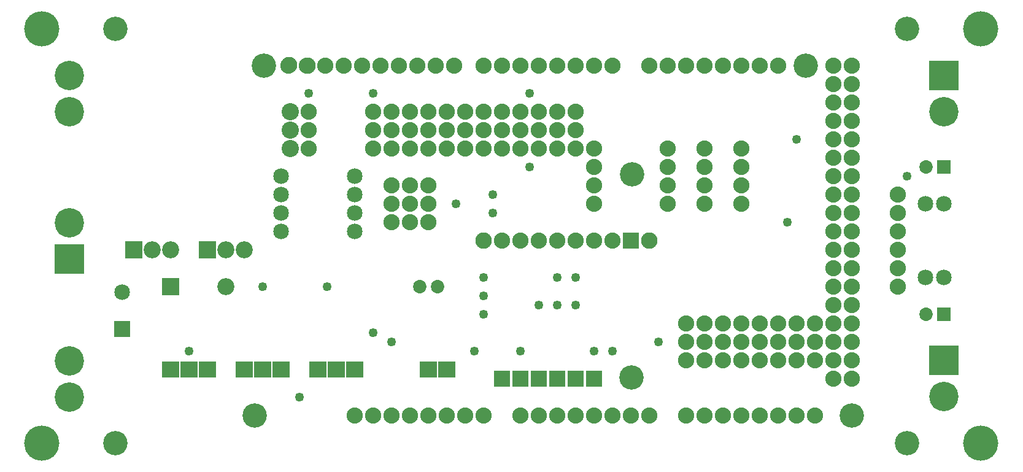
<source format=gts>
G04 MADE WITH FRITZING*
G04 WWW.FRITZING.ORG*
G04 DOUBLE SIDED*
G04 HOLES PLATED*
G04 CONTOUR ON CENTER OF CONTOUR VECTOR*
%ASAXBY*%
%FSLAX23Y23*%
%MOIN*%
%OFA0B0*%
%SFA1.0B1.0*%
%ADD10C,0.049370*%
%ADD11C,0.088000*%
%ADD12C,0.093307*%
%ADD13C,0.092000*%
%ADD14C,0.089370*%
%ADD15C,0.085000*%
%ADD16C,0.076604*%
%ADD17C,0.076632*%
%ADD18C,0.075993*%
%ADD19C,0.072992*%
%ADD20C,0.159606*%
%ADD21C,0.132047*%
%ADD22C,0.191102*%
%ADD23R,0.092000X0.092000*%
%ADD24R,0.088740X0.088740*%
%ADD25R,0.096614X0.088740*%
%ADD26R,0.072992X0.072992*%
%ADD27R,0.085000X0.085000*%
%ADD28R,0.159606X0.159606*%
%ADD29R,0.088000X0.088000*%
%ADD30C,0.025748*%
%LNMASK1*%
G90*
G70*
G54D10*
X3526Y697D03*
X1576Y397D03*
X2526Y647D03*
X1376Y997D03*
G54D11*
X4376Y297D03*
X4276Y297D03*
X4176Y297D03*
X4076Y297D03*
X3976Y297D03*
X3876Y297D03*
X3776Y297D03*
X3676Y297D03*
X4376Y297D03*
X4276Y297D03*
X4176Y297D03*
X4076Y297D03*
X3976Y297D03*
X3876Y297D03*
X3776Y297D03*
X3676Y297D03*
X4576Y2197D03*
X4576Y2097D03*
X4576Y1997D03*
X4576Y1897D03*
X4576Y1797D03*
X4576Y1697D03*
X4576Y1597D03*
X4576Y1497D03*
X4576Y1397D03*
X4576Y1297D03*
X4576Y1197D03*
X4576Y1097D03*
X4576Y997D03*
X4576Y897D03*
X4576Y797D03*
X4576Y697D03*
X4576Y597D03*
X4576Y497D03*
X4576Y2197D03*
X4576Y2097D03*
X4576Y1997D03*
X4576Y1897D03*
X4576Y1797D03*
X4576Y1697D03*
X4576Y1597D03*
X4576Y1497D03*
X4576Y1397D03*
X4576Y1297D03*
X4576Y1197D03*
X4576Y1097D03*
X4576Y997D03*
X4576Y897D03*
X4576Y797D03*
X4576Y697D03*
X4576Y597D03*
X4576Y497D03*
X4476Y497D03*
X4476Y597D03*
X4476Y697D03*
X4476Y797D03*
X4476Y897D03*
X4476Y997D03*
X4476Y1097D03*
X4476Y1197D03*
X4476Y1297D03*
X4476Y1397D03*
X4476Y1497D03*
X4476Y1597D03*
X4476Y1697D03*
X4476Y1797D03*
X4476Y1897D03*
X4476Y1997D03*
X4476Y2097D03*
X4476Y2197D03*
X4576Y2197D03*
X4576Y2097D03*
X4576Y1997D03*
X4576Y1897D03*
X4576Y1797D03*
X4576Y1697D03*
X4576Y1597D03*
X4576Y1497D03*
X4576Y1397D03*
X4576Y1297D03*
X4576Y1197D03*
X4576Y1097D03*
X4576Y997D03*
X4576Y897D03*
X4576Y797D03*
X4576Y697D03*
X4576Y597D03*
X4576Y497D03*
X4576Y2197D03*
X4576Y2097D03*
X4576Y1997D03*
X4576Y1897D03*
X4576Y1797D03*
X4576Y1697D03*
X4576Y1597D03*
X4576Y1497D03*
X4576Y1397D03*
X4576Y1297D03*
X4576Y1197D03*
X4576Y1097D03*
X4576Y997D03*
X4576Y897D03*
X4576Y797D03*
X4576Y697D03*
X4576Y597D03*
X4576Y497D03*
X4476Y497D03*
X4476Y597D03*
X4476Y697D03*
X4476Y797D03*
X4476Y897D03*
X4476Y997D03*
X4476Y1097D03*
X4476Y1197D03*
X4476Y1297D03*
X4476Y1397D03*
X4476Y1497D03*
X4476Y1597D03*
X4476Y1697D03*
X4476Y1797D03*
X4476Y1897D03*
X4476Y1997D03*
X4476Y2097D03*
X4476Y2197D03*
X2576Y297D03*
X2476Y297D03*
X2376Y297D03*
X2276Y297D03*
X2176Y297D03*
X2076Y297D03*
X1976Y297D03*
X1876Y297D03*
X2576Y297D03*
X2476Y297D03*
X2376Y297D03*
X2276Y297D03*
X2176Y297D03*
X2076Y297D03*
X1976Y297D03*
X1876Y297D03*
X3476Y297D03*
X3376Y297D03*
X3276Y297D03*
X3176Y297D03*
X3076Y297D03*
X2976Y297D03*
X2876Y297D03*
X2776Y297D03*
X3476Y297D03*
X3376Y297D03*
X3276Y297D03*
X3176Y297D03*
X3076Y297D03*
X2976Y297D03*
X2876Y297D03*
X2776Y297D03*
X4176Y2197D03*
X4076Y2197D03*
X3976Y2197D03*
X3876Y2197D03*
X3776Y2197D03*
X3676Y2197D03*
X3576Y2197D03*
X3476Y2197D03*
X4176Y2197D03*
X4076Y2197D03*
X3976Y2197D03*
X3876Y2197D03*
X3776Y2197D03*
X3676Y2197D03*
X3576Y2197D03*
X3476Y2197D03*
X3276Y2197D03*
X3176Y2197D03*
X3076Y2197D03*
X2976Y2197D03*
X2876Y2197D03*
X2776Y2197D03*
X2676Y2197D03*
X2576Y2197D03*
X3276Y2197D03*
X3176Y2197D03*
X3076Y2197D03*
X2976Y2197D03*
X2876Y2197D03*
X2776Y2197D03*
X2676Y2197D03*
X2576Y2197D03*
X2416Y2197D03*
X2316Y2197D03*
X2216Y2197D03*
X2116Y2197D03*
X2016Y2197D03*
X1916Y2197D03*
X1816Y2197D03*
X1716Y2197D03*
X1616Y2197D03*
X1516Y2197D03*
X2416Y2197D03*
X2316Y2197D03*
X2216Y2197D03*
X2116Y2197D03*
X2016Y2197D03*
X1916Y2197D03*
X1816Y2197D03*
X1716Y2197D03*
X1616Y2197D03*
X1516Y2197D03*
G54D10*
X976Y647D03*
X1726Y997D03*
X1976Y747D03*
X2076Y697D03*
X3176Y647D03*
X3276Y647D03*
X2776Y647D03*
X2876Y897D03*
X2626Y1397D03*
X2626Y1497D03*
X2826Y1647D03*
X2826Y2047D03*
G54D12*
X1526Y1947D03*
X1526Y1847D03*
X1526Y1747D03*
G54D11*
X1626Y1947D03*
X1626Y1847D03*
X1626Y1747D03*
G54D10*
X1976Y2047D03*
X1626Y2047D03*
G54D13*
X876Y997D03*
X1174Y997D03*
G54D14*
X1617Y2198D03*
X1517Y2199D03*
X3476Y1247D03*
X2576Y1247D03*
G54D11*
X3076Y1847D03*
X2976Y1847D03*
X2876Y1847D03*
X2776Y1847D03*
X2676Y1847D03*
X2576Y1847D03*
X2476Y1847D03*
X2376Y1847D03*
X2276Y1847D03*
X2176Y1847D03*
X2076Y1847D03*
X1976Y1847D03*
X3076Y1747D03*
X2976Y1747D03*
X2876Y1747D03*
X2776Y1747D03*
X2676Y1747D03*
X2576Y1747D03*
X2476Y1747D03*
X2376Y1747D03*
X2276Y1747D03*
X2176Y1747D03*
X2076Y1747D03*
X1976Y1747D03*
X3076Y1947D03*
X2976Y1947D03*
X2876Y1947D03*
X2776Y1947D03*
X2676Y1947D03*
X2576Y1947D03*
X2476Y1947D03*
X2376Y1947D03*
X2276Y1947D03*
X2176Y1947D03*
X2076Y1947D03*
X1976Y1947D03*
X4376Y597D03*
X4276Y597D03*
X4176Y597D03*
X4076Y597D03*
X3976Y597D03*
X3876Y597D03*
X3776Y597D03*
X3676Y597D03*
X4376Y597D03*
X4276Y597D03*
X4176Y597D03*
X4076Y597D03*
X3976Y597D03*
X3876Y597D03*
X3776Y597D03*
X3676Y597D03*
X4376Y697D03*
X4276Y697D03*
X4176Y697D03*
X4076Y697D03*
X3976Y697D03*
X3876Y697D03*
X3776Y697D03*
X3676Y697D03*
X4376Y697D03*
X4276Y697D03*
X4176Y697D03*
X4076Y697D03*
X3976Y697D03*
X3876Y697D03*
X3776Y697D03*
X3676Y697D03*
X4376Y797D03*
X4276Y797D03*
X4176Y797D03*
X4076Y797D03*
X3976Y797D03*
X3876Y797D03*
X3776Y797D03*
X3676Y797D03*
X4376Y797D03*
X4276Y797D03*
X4176Y797D03*
X4076Y797D03*
X3976Y797D03*
X3876Y797D03*
X3776Y797D03*
X3676Y797D03*
G54D10*
X4876Y1597D03*
X4276Y1797D03*
X4226Y1347D03*
X2426Y1447D03*
X2576Y947D03*
X3076Y1047D03*
X2976Y1047D03*
X3076Y897D03*
X2976Y897D03*
X2576Y1047D03*
G54D15*
X1476Y1597D03*
X1876Y1597D03*
G54D16*
X3776Y297D03*
X3876Y297D03*
X3976Y297D03*
X4076Y297D03*
G54D17*
X2416Y2197D03*
G54D16*
X4176Y297D03*
X4276Y297D03*
X4376Y297D03*
G54D18*
X4576Y1297D03*
G54D16*
X2776Y297D03*
X2876Y297D03*
X2176Y297D03*
X2976Y297D03*
X3076Y297D03*
X3176Y297D03*
X3276Y297D03*
X3376Y297D03*
G54D18*
X4576Y2097D03*
G54D16*
X3476Y297D03*
G54D18*
X4576Y497D03*
G54D17*
X2976Y2197D03*
G54D18*
X4576Y1697D03*
X4576Y897D03*
G54D17*
X2016Y2197D03*
G54D16*
X2576Y297D03*
G54D17*
X2576Y2197D03*
G54D18*
X4576Y1897D03*
X4576Y1497D03*
X4576Y1097D03*
X4576Y697D03*
G54D17*
X4176Y2197D03*
X4076Y2197D03*
X3976Y2197D03*
X1816Y2197D03*
X3876Y2197D03*
X2216Y2197D03*
X3776Y2197D03*
X3676Y2197D03*
X3576Y2197D03*
X3476Y2197D03*
G54D16*
X1976Y297D03*
X2376Y297D03*
G54D17*
X3176Y2197D03*
X2776Y2197D03*
G54D18*
X4576Y2197D03*
X4576Y1997D03*
X4576Y1797D03*
X4576Y1597D03*
X4576Y1397D03*
X4576Y1197D03*
X4576Y997D03*
X4576Y797D03*
X4576Y597D03*
G54D17*
X1716Y2197D03*
X1916Y2197D03*
X2116Y2197D03*
X2316Y2197D03*
G54D16*
X1876Y297D03*
X2076Y297D03*
X2276Y297D03*
X2476Y297D03*
G54D17*
X3276Y2197D03*
X3076Y2197D03*
X2876Y2197D03*
X2676Y2197D03*
G54D18*
X4476Y2197D03*
X4476Y2097D03*
X4476Y1997D03*
X4476Y1897D03*
X4476Y1797D03*
X4476Y1697D03*
X4476Y1597D03*
X4476Y1497D03*
X4476Y1397D03*
X4476Y1297D03*
X4476Y1197D03*
X4476Y1097D03*
X4476Y997D03*
X4476Y897D03*
X4476Y797D03*
X4476Y697D03*
X4476Y597D03*
X4476Y497D03*
G54D16*
X3676Y297D03*
G54D19*
X5076Y847D03*
X4978Y847D03*
X2326Y997D03*
X2228Y997D03*
X5076Y1647D03*
X4978Y1647D03*
G54D15*
X5076Y1447D03*
X5076Y1047D03*
X4976Y1447D03*
X4976Y1047D03*
G54D10*
X2576Y847D03*
G54D15*
X610Y766D03*
X610Y966D03*
G54D11*
X2076Y1547D03*
X2076Y1447D03*
X2076Y1347D03*
X2176Y1547D03*
X2176Y1447D03*
X2176Y1347D03*
X2276Y1547D03*
X2276Y1447D03*
X2276Y1347D03*
X4826Y1497D03*
X4826Y1397D03*
X4826Y1297D03*
X4826Y1197D03*
X4826Y1097D03*
X4826Y997D03*
X3176Y1747D03*
X3176Y1647D03*
X3176Y1547D03*
X3176Y1447D03*
X3576Y1747D03*
X3576Y1647D03*
X3576Y1547D03*
X3576Y1447D03*
X3776Y1747D03*
X3776Y1647D03*
X3776Y1547D03*
X3776Y1447D03*
X3976Y1747D03*
X3976Y1647D03*
X3976Y1547D03*
X3976Y1447D03*
G54D20*
X326Y1147D03*
X326Y1344D03*
X326Y397D03*
X326Y594D03*
X5076Y597D03*
X5076Y400D03*
X326Y1947D03*
X326Y2144D03*
X5076Y2144D03*
X5076Y1947D03*
G54D15*
X1476Y1497D03*
X1876Y1497D03*
X1476Y1397D03*
X1876Y1397D03*
X1476Y1297D03*
X1876Y1297D03*
G54D11*
X3376Y1247D03*
X3276Y1247D03*
X3176Y1247D03*
X3076Y1247D03*
X2976Y1247D03*
X2876Y1247D03*
X2776Y1247D03*
X2676Y1247D03*
G54D13*
X1076Y1197D03*
X1176Y1197D03*
X1276Y1197D03*
X676Y1197D03*
X776Y1197D03*
X876Y1197D03*
G54D21*
X4326Y2197D03*
X1381Y2196D03*
X1331Y297D03*
X4576Y297D03*
X3383Y1606D03*
X3379Y503D03*
X576Y147D03*
X576Y2397D03*
G54D22*
X176Y147D03*
X176Y2397D03*
G54D21*
X4876Y2397D03*
G54D22*
X5276Y2397D03*
G54D21*
X4876Y147D03*
G54D22*
X5276Y147D03*
G54D23*
X875Y997D03*
G54D24*
X3076Y497D03*
X3176Y497D03*
X2976Y497D03*
X2876Y497D03*
X2776Y497D03*
X2676Y497D03*
G54D25*
X2376Y547D03*
X2276Y547D03*
X1776Y547D03*
X1876Y547D03*
X1476Y547D03*
X1676Y547D03*
X1276Y547D03*
X1376Y547D03*
X976Y547D03*
X876Y547D03*
X1076Y547D03*
G54D26*
X5076Y847D03*
X5076Y1647D03*
G54D27*
X610Y766D03*
G54D28*
X326Y1147D03*
X5076Y597D03*
X5076Y2144D03*
G54D29*
X3376Y1247D03*
G54D23*
X1076Y1197D03*
X676Y1197D03*
G54D30*
G36*
X2302Y1021D02*
X2350Y1021D01*
X2350Y973D01*
X2302Y973D01*
X2302Y1021D01*
G37*
D02*
G54D10*
G36*
X271Y342D02*
X271Y452D01*
X381Y452D01*
X381Y342D01*
X271Y342D01*
G37*
D02*
G36*
X271Y1892D02*
X271Y2002D01*
X381Y2002D01*
X381Y1892D01*
X271Y1892D01*
G37*
D02*
G04 End of Mask1*
M02*
</source>
